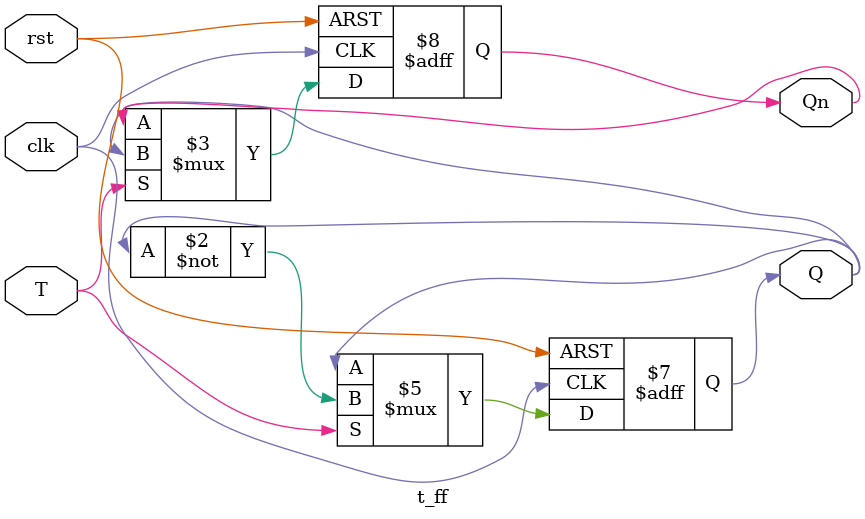
<source format=sv>
module t_ff(
    input  logic T, clk, rst,
    output logic Q, Qn
  );
    always_ff @(posedge clk, posedge rst) begin
      if (rst) begin
        Q  <= 0;
        Qn <= 1;
      end else if (T) begin
        Q  <= ~Q;
        Qn <= Q;
      end
    end
endmodule
</source>
